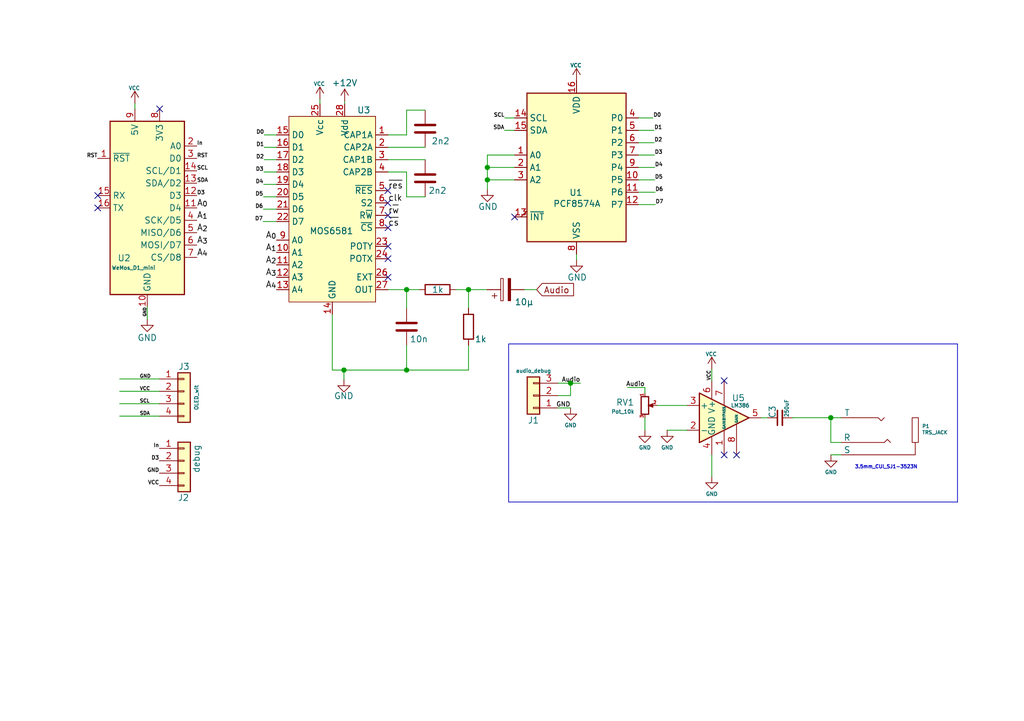
<source format=kicad_sch>
(kicad_sch (version 20230121) (generator eeschema)
  (paper "A5")
  (title_block (title "ESP32 SID player voor Commodore 64 ") (date "2023-11-13") (rev "0.1") (company "Easylab4kids & Michiel Erasmus"))
  (lib_symbols
    (symbol "Amplifier_Audio:LM386" (pin_names (offset 0.127))
      (property "Reference" "U" (at 1.27 7.62 0))
      (property "Value" "LM386" (at 1.27 5.08 0))
      (symbol "LM386_0_1"
        (polyline (pts (xy 5.08 0) (xy -5.08 5.08) (xy -5.08 -5.08) (xy 5.08 0)) (stroke (width 0.254)) (fill (type background)))
      )
      (symbol "LM386_1_1"
        (pin input line (at 0 -7.62 90) (length 5.08) (name "GAIN") (number "1"))
        (pin input line (at -7.62 -2.54 0) (length 2.54) (name "-") (number "2"))
        (pin input line (at -7.62 2.54 0) (length 2.54) (name "+") (number "3"))
        (pin power_in line (at -2.54 -7.62 90) (length 3.81) (name "GND") (number "4"))
        (pin output line (at 7.62 0 180) (length 2.54) (name "~") (number "5"))
        (pin power_in line (at -2.54 7.62 270) (length 3.81) (name "V+") (number "6"))
        (pin input line (at 0 7.62 270) (length 5.08) (name "BYPASS") (number "7"))
        (pin input line (at 2.54 -7.62 90) (length 6.35) (name "GAIN") (number "8"))
      )
    )
    (symbol "Connector_Generic:Conn_01x04" (pin_names (offset 1.016) hide)
      (property "Reference" "J" (at 0 5.08 0))
      (property "Value" "Conn_01x04" (at 0 -7.62 0))
      (symbol "Conn_01x04_1_1"
        (rectangle (start -1.27 -4.953) (end 0 -5.207) (stroke (width 0.1524)))
        (rectangle (start -1.27 -2.413) (end 0 -2.667) (stroke (width 0.1524)))
        (rectangle (start -1.27 0.127) (end 0 -0.127) (stroke (width 0.1524)))
        (rectangle (start -1.27 2.667) (end 0 2.413) (stroke (width 0.1524)))
        (rectangle (start -1.27 3.81) (end 1.27 -6.35) (stroke (width 0.254)) (fill (type background)))
        (pin passive line (at -5.08 2.54 0) (length 3.81) (name "Pin_1") (number "1"))
        (pin passive line (at -5.08 0 0) (length 3.81) (name "Pin_2") (number "2"))
        (pin passive line (at -5.08 -2.54 0) (length 3.81) (name "Pin_3") (number "3"))
        (pin passive line (at -5.08 -5.08 0) (length 3.81) (name "Pin_4") (number "4"))
      )
    )
    (symbol "Device:C" (pin_numbers hide) (pin_names (offset 0.254))
      (property "Reference" "C" (at 0.635 2.54 0))
      (property "Value" "C" (at 0.635 -2.54 0))
      (symbol "C_0_1"
        (polyline (pts (xy -2.032 -0.762) (xy 2.032 -0.762)) (stroke (width 0.508)))
        (polyline (pts (xy -2.032 0.762) (xy 2.032 0.762)) (stroke (width 0.508)))
      )
      (symbol "C_1_1"
        (pin passive line (at 0 3.81 270) (length 2.794) (name "~") (number "1"))
        (pin passive line (at 0 -3.81 90) (length 2.794) (name "~") (number "2"))
      )
    )
    (symbol "Device:C_Polarized" (pin_numbers hide) (pin_names (offset 0.254))
      (property "Reference" "C" (at 0.635 2.54 0))
      (property "Value" "C_Polarized" (at 0.635 -2.54 0))
      (symbol "C_Polarized_0_1"
        (rectangle (start -2.286 0.508) (end 2.286 1.016))
        (polyline (pts (xy -1.778 2.286) (xy -0.762 2.286)))
        (polyline (pts (xy -1.27 2.794) (xy -1.27 1.778)))
        (rectangle (start 2.286 -0.508) (end -2.286 -1.016) (fill (type outline)))
      )
      (symbol "C_Polarized_1_1"
        (pin passive line (at 0 3.81 270) (length 2.794) (name "~") (number "1"))
        (pin passive line (at 0 -3.81 90) (length 2.794) (name "~") (number "2"))
      )
    )
    (symbol "Device:C_Small" (pin_numbers hide) (pin_names (offset 0.254) hide)
      (property "Reference" "C" (at 0.254 1.778 0))
      (property "Value" "C_Small" (at 0.254 -2.032 0))
      (symbol "C_Small_0_1"
        (polyline (pts (xy -1.524 -0.508) (xy 1.524 -0.508)) (stroke (width 0.3302)))
        (polyline (pts (xy -1.524 0.508) (xy 1.524 0.508)) (stroke (width 0.3048)))
      )
      (symbol "C_Small_1_1"
        (pin passive line (at 0 2.54 270) (length 2.032) (name "~") (number "1"))
        (pin passive line (at 0 -2.54 90) (length 2.032) (name "~") (number "2"))
      )
    )
    (symbol "Device:R" (pin_numbers hide) (pin_names (offset 0))
      (property "Reference" "R" (at 2.032 0 90))
      (property "Value" "R" (at 0 0 90))
      (symbol "R_0_1"
        (rectangle (start -1.016 -2.54) (end 1.016 2.54) (stroke (width 0.254)))
      )
      (symbol "R_1_1"
        (pin passive line (at 0 3.81 270) (length 1.27) (name "~") (number "1"))
        (pin passive line (at 0 -3.81 90) (length 1.27) (name "~") (number "2"))
      )
    )
    (symbol "Device:R_Potentiometer_Small" (pin_names (offset 1.016) hide)
      (property "Reference" "RV" (at -4.445 0 90))
      (property "Value" "R_Potentiometer_Small" (at -2.54 0 90))
      (symbol "R_Potentiometer_Small_0_1"
        (polyline (pts (xy 0.889 0) (xy 0.635 0) (xy 1.651 0.381) (xy 1.651 -0.381) (xy 0.635 0) (xy 0.889 0)) (fill (type outline)))
        (rectangle (start 0.762 1.8034) (end -0.762 -1.8034) (stroke (width 0.254)))
      )
      (symbol "R_Potentiometer_Small_1_1"
        (pin passive line (at 0 2.54 270) (length 0.635) (name "1") (number "1"))
        (pin passive line (at 2.54 0 180) (length 0.9906) (name "2") (number "2"))
        (pin passive line (at 0 -2.54 90) (length 0.635) (name "3") (number "3"))
      )
    )
    (symbol "Interface_Expansion:PCF8574A"
      (property "Reference" "U" (at -8.89 16.51 0))
      (property "Value" "PCF8574A" (at 2.54 16.51 0))
      (symbol "PCF8574A_0_1"
        (rectangle (start -10.16 15.24) (end 10.16 -15.24) (stroke (width 0.254)) (fill (type background)))
      )
      (symbol "PCF8574A_1_1"
        (pin input line (at -12.7 2.54 0) (length 2.54) (name "A0") (number "1"))
        (pin bidirectional line (at 12.7 -2.54 180) (length 2.54) (name "P5") (number "10"))
        (pin bidirectional line (at 12.7 -5.08 180) (length 2.54) (name "P6") (number "11"))
        (pin bidirectional line (at 12.7 -7.62 180) (length 2.54) (name "P7") (number "12"))
        (pin open_collector output_low (at -12.7 -10.16 0) (length 2.54) (name "~{INT}") (number "13"))
        (pin input line (at -12.7 10.16 0) (length 2.54) (name "SCL") (number "14"))
        (pin bidirectional line (at -12.7 7.62 0) (length 2.54) (name "SDA") (number "15"))
        (pin power_in line (at 0 17.78 270) (length 2.54) (name "VDD") (number "16"))
        (pin input line (at -12.7 0 0) (length 2.54) (name "A1") (number "2"))
        (pin input line (at -12.7 -2.54 0) (length 2.54) (name "A2") (number "3"))
        (pin bidirectional line (at 12.7 10.16 180) (length 2.54) (name "P0") (number "4"))
        (pin bidirectional line (at 12.7 7.62 180) (length 2.54) (name "P1") (number "5"))
        (pin bidirectional line (at 12.7 5.08 180) (length 2.54) (name "P2") (number "6"))
        (pin bidirectional line (at 12.7 2.54 180) (length 2.54) (name "P3") (number "7"))
        (pin power_in line (at 0 -17.78 90) (length 2.54) (name "VSS") (number "8"))
        (pin bidirectional line (at 12.7 0 180) (length 2.54) (name "P4") (number "9"))
      )
    )
    (symbol "MCU_Module:WeMos_D1_mini"
      (property "Reference" "U" (at 3.81 19.05 0))
      (property "Value" "WeMos_D1_mini" (at 1.27 -19.05 0))
      (symbol "WeMos_D1_mini_1_1"
        (rectangle (start -7.62 17.78) (end 7.62 -17.78) (stroke (width 0.254)) (fill (type background)))
        (pin input line (at -10.16 10.16 0) (length 2.54) (name "~{RST}") (number "1"))
        (pin power_in line (at 0 -20.32 90) (length 2.54) (name "GND") (number "10"))
        (pin bidirectional line (at 10.16 0 180) (length 2.54) (name "D4") (number "11"))
        (pin bidirectional line (at 10.16 2.54 180) (length 2.54) (name "D3") (number "12"))
        (pin bidirectional line (at 10.16 5.08 180) (length 2.54) (name "SDA/D2") (number "13"))
        (pin bidirectional line (at 10.16 7.62 180) (length 2.54) (name "SCL/D1") (number "14"))
        (pin input line (at -10.16 2.54 0) (length 2.54) (name "RX") (number "15"))
        (pin output line (at -10.16 0 0) (length 2.54) (name "TX") (number "16"))
        (pin input line (at 10.16 12.7 180) (length 2.54) (name "A0") (number "2"))
        (pin bidirectional line (at 10.16 10.16 180) (length 2.54) (name "D0") (number "3"))
        (pin bidirectional line (at 10.16 -2.54 180) (length 2.54) (name "SCK/D5") (number "4"))
        (pin bidirectional line (at 10.16 -5.08 180) (length 2.54) (name "MISO/D6") (number "5"))
        (pin bidirectional line (at 10.16 -7.62 180) (length 2.54) (name "MOSI/D7") (number "6"))
        (pin bidirectional line (at 10.16 -10.16 180) (length 2.54) (name "CS/D8") (number "7"))
        (pin power_out line (at 2.54 20.32 270) (length 2.54) (name "3V3") (number "8"))
        (pin power_in line (at -2.54 20.32 270) (length 2.54) (name "5V") (number "9"))
      )
    )
    (symbol "MOS6581_1"
      (property "Reference" "U" (at -6.35 3.81 0))
      (property "Value" "MOS6581" (at 5.08 -36.83 0))
      (symbol "MOS6581_1_1_1"
        (rectangle (start -8.89 2.54) (end 8.89 -35.56) (fill (type background)))
        (pin passive line (at 11.43 -1.27 180) (length 2.54) (name "CAP1A") (number "1"))
        (pin input line (at -11.43 -25.4 0) (length 2.54) (name "A1") (number "10"))
        (pin input line (at -11.43 -27.94 0) (length 2.54) (name "A2") (number "11"))
        (pin input line (at -11.43 -30.48 0) (length 2.54) (name "A3") (number "12"))
        (pin input line (at -11.43 -33.02 0) (length 2.54) (name "A4") (number "13"))
        (pin power_in line (at 0 -38.1 90) (length 2.54) (name "GND") (number "14"))
        (pin bidirectional line (at -11.43 -1.27 0) (length 2.54) (name "D0") (number "15"))
        (pin bidirectional line (at -11.43 -3.81 0) (length 2.54) (name "D1") (number "16"))
        (pin bidirectional line (at -11.43 -6.35 0) (length 2.54) (name "D2") (number "17"))
        (pin bidirectional line (at -11.43 -8.89 0) (length 2.54) (name "D3") (number "18"))
        (pin bidirectional line (at -11.43 -11.43 0) (length 2.54) (name "D4") (number "19"))
        (pin passive line (at 11.43 -3.81 180) (length 2.54) (name "CAP2A") (number "2"))
        (pin bidirectional line (at -11.43 -13.97 0) (length 2.54) (name "D5") (number "20"))
        (pin bidirectional line (at -11.43 -16.51 0) (length 2.54) (name "D6") (number "21"))
        (pin bidirectional line (at -11.43 -19.05 0) (length 2.54) (name "D7") (number "22"))
        (pin passive line (at 11.43 -24.13 180) (length 2.54) (name "POTY") (number "23"))
        (pin passive line (at 11.43 -26.67 180) (length 2.54) (name "POTX") (number "24"))
        (pin power_in line (at -2.54 5.08 270) (length 2.54) (name "Vcc") (number "25"))
        (pin input line (at 11.43 -30.48 180) (length 2.54) (name "EXT") (number "26"))
        (pin output line (at 11.43 -33.02 180) (length 2.54) (name "OUT") (number "27"))
        (pin power_in line (at 2.54 5.08 270) (length 2.54) (name "Vdd") (number "28"))
        (pin passive line (at 11.43 -6.35 180) (length 2.54) (name "CAP1B") (number "3"))
        (pin passive line (at 11.43 -8.89 180) (length 2.54) (name "CAP2B") (number "4"))
        (pin input line (at 11.43 -12.7 180) (length 2.54) (name "~{RES}") (number "5"))
        (pin input line (at 11.43 -15.24 180) (length 2.54) (name "S2") (number "6"))
        (pin input line (at 11.43 -17.78 180) (length 2.54) (name "R~{W}") (number "7"))
        (pin input line (at 11.43 -20.32 180) (length 2.54) (name "~{CS}") (number "8"))
        (pin input line (at -11.43 -22.86 0) (length 2.54) (name "A0") (number "9"))
      )
    )
    (symbol "SN76849 Arduino nano shield-rescue:Conn_01x03-conn" (pin_names (offset 1.016) hide)
      (property "Reference" "J" (at 0 5.08 0))
      (property "Value" "conn:Conn_01x03" (at 0 -5.08 0))
      (symbol "Conn_01x03-conn_1_1"
        (rectangle (start -1.27 -2.413) (end 0 -2.667) (stroke (width 0.1524)))
        (rectangle (start -1.27 0.127) (end 0 -0.127) (stroke (width 0.1524)))
        (rectangle (start -1.27 2.667) (end 0 2.413) (stroke (width 0.1524)))
        (rectangle (start -1.27 3.81) (end 1.27 -3.81) (stroke (width 0.254)) (fill (type background)))
        (pin passive line (at -5.08 2.54 0) (length 3.81) (name "Pin_1") (number "1"))
        (pin passive line (at -5.08 0 0) (length 3.81) (name "Pin_2") (number "2"))
        (pin passive line (at -5.08 -2.54 0) (length 3.81) (name "Pin_3") (number "3"))
      )
    )
    (symbol "SN76849 Arduino nano shield-rescue:Conn_01x04-conn" (pin_names (offset 1.016) hide)
      (property "Reference" "J" (at 0 5.08 0))
      (property "Value" "conn:Conn_01x04" (at 0 -7.62 0))
      (symbol "Conn_01x04-conn_1_1"
        (rectangle (start -1.27 -4.953) (end 0 -5.207) (stroke (width 0.1524)))
        (rectangle (start -1.27 -2.413) (end 0 -2.667) (stroke (width 0.1524)))
        (rectangle (start -1.27 0.127) (end 0 -0.127) (stroke (width 0.1524)))
        (rectangle (start -1.27 2.667) (end 0 2.413) (stroke (width 0.1524)))
        (rectangle (start -1.27 3.81) (end 1.27 -6.35) (stroke (width 0.254)) (fill (type background)))
        (pin passive line (at -5.08 2.54 0) (length 3.81) (name "Pin_1") (number "1"))
        (pin passive line (at -5.08 0 0) (length 3.81) (name "Pin_2") (number "2"))
        (pin passive line (at -5.08 -2.54 0) (length 3.81) (name "Pin_3") (number "3"))
        (pin passive line (at -5.08 -5.08 0) (length 3.81) (name "Pin_4") (number "4"))
      )
    )
    (symbol "easylab4kids:GND" (power) (pin_names (offset 0))
      (property "Value" "GND" (at 0 -3.81 0))
      (symbol "GND_0_1"
        (polyline (pts (xy 0 0) (xy 0 -1.27) (xy 1.27 -1.27) (xy 0 -2.54) (xy -1.27 -1.27) (xy 0 -1.27)))
      )
      (symbol "GND_1_1"
        (pin power_in line (at 0 0 270) (length 0) hide (name "GND") (number "1"))
      )
    )
    (symbol "power:+12V" (power) (pin_names (offset 0))
      (property "Value" "+12V" (at 0 3.556 0))
      (symbol "+12V_0_1"
        (polyline (pts (xy -0.762 1.27) (xy 0 2.54)))
        (polyline (pts (xy 0 0) (xy 0 2.54)))
        (polyline (pts (xy 0 2.54) (xy 0.762 1.27)))
      )
      (symbol "+12V_1_1"
        (pin power_in line (at 0 0 90) (length 0) hide (name "+12V") (number "1"))
      )
    )
    (symbol "power:GND" (power) (pin_names (offset 0))
      (property "Value" "GND" (at 0 -3.81 0))
      (symbol "GND_0_1"
        (polyline (pts (xy 0 0) (xy 0 -1.27) (xy 1.27 -1.27) (xy 0 -2.54) (xy -1.27 -1.27) (xy 0 -1.27)))
      )
      (symbol "GND_1_1"
        (pin power_in line (at 0 0 270) (length 0) hide (name "GND") (number "1"))
      )
    )
    (symbol "power:VCC" (power) (pin_names (offset 0))
      (property "Value" "VCC" (at 0 3.81 0))
      (symbol "VCC_0_1"
        (polyline (pts (xy -0.762 1.27) (xy 0 2.54)))
        (polyline (pts (xy 0 0) (xy 0 2.54)))
        (polyline (pts (xy 0 2.54) (xy 0.762 1.27)))
      )
      (symbol "VCC_1_1"
        (pin power_in line (at 0 0 90) (length 0) hide (name "VCC") (number "1"))
      )
    )
    (symbol "trs_jack:TRS_JACK" (pin_numbers hide) (pin_names (offset 0))
      (property "Reference" "P" (at -11.43 0 0))
      (property "Value" "TRS_JACK" (at -2.54 6.35 0))
      (symbol "TRS_JACK_0_1"
        (polyline (pts (xy 5.08 -2.54) (xy 0 -2.54) (xy -0.635 -1.905) (xy -1.27 -2.54)))
        (polyline (pts (xy 5.08 2.54) (xy -1.27 2.54) (xy -1.905 1.905) (xy -2.54 2.54)))
        (polyline (pts (xy 5.08 5.08) (xy -7.62 5.08) (xy -7.62 2.54) (xy -8.255 2.54) (xy -8.255 -2.54) (xy -6.985 -2.54) (xy -6.985 -1.27) (xy -6.985 1.27) (xy -6.985 2.54) (xy -7.62 2.54)))
      )
      (symbol "TRS_JACK_1_1"
        (pin passive line (at 7.62 5.08 180) (length 2.54) (name "S") (number "1"))
        (pin passive line (at 7.62 -2.54 180) (length 2.54) (name "T") (number "2"))
        (pin passive line (at 7.62 2.54 180) (length 2.54) (name "R") (number "3"))
      )
    )
  )
  (junction (at 99.949 36.9062))
  (junction (at 70.5358 75.946))
  (junction (at 99.949 34.3662))
  (junction (at 170.3832 85.725))
  (junction (at 117.0178 78.6384))
  (junction (at 83.3882 59.436))
  (junction (at 83.3882 75.946))
  (junction (at 96.0882 59.436))
  (no_connect (at 20.0406 42.672))
  (no_connect (at 148.5138 93.3704))
  (no_connect (at 79.5782 46.736))
  (no_connect (at 148.5138 78.1304))
  (no_connect (at 105.537 44.5262))
  (no_connect (at 79.5782 50.546))
  (no_connect (at 20.0406 40.132))
  (no_connect (at 79.5274 39.116))
  (no_connect (at 79.5782 53.086))
  (no_connect (at 151.0538 93.3704))
  (no_connect (at 79.5782 56.896))
  (no_connect (at 32.7406 22.352))
  (no_connect (at 79.5274 41.656))
  (no_connect (at 79.5782 44.196))
  (wire (pts (xy 132.2578 85.7504) (xy 132.2578 88.2904)))
  (wire (pts (xy 170.3832 90.805) (xy 172.466 90.805)))
  (wire (pts (xy 83.3882 70.866) (xy 83.3882 75.946)))
  (wire (pts (xy 162.687 85.725) (xy 162.687 85.7504)))
  (wire (pts (xy 70.5358 75.946) (xy 83.3882 75.946)))
  (wire (pts (xy 134.2644 36.9062) (xy 130.937 36.9062)))
  (wire (pts (xy 99.949 36.9062) (xy 99.949 38.8366)))
  (wire (pts (xy 79.5782 59.436) (xy 83.3882 59.436)))
  (wire (pts (xy 114.4778 83.7184) (xy 117.0178 83.7184)))
  (wire (pts (xy 53.9496 45.466) (xy 56.7182 45.466)))
  (wire (pts (xy 54.0258 40.386) (xy 56.7182 40.386)))
  (wire (pts (xy 132.2578 80.6704) (xy 132.2578 79.5274)))
  (wire (pts (xy 114.4778 81.1784) (xy 117.0178 81.1784)))
  (wire (pts (xy 134.7978 83.2104) (xy 140.8938 83.2104)))
  (wire (pts (xy 24.5364 77.7748) (xy 32.6644 77.7748)))
  (wire (pts (xy 70.6882 20.828) (xy 70.6882 21.336)))
  (wire (pts (xy 162.687 85.7504) (xy 162.4838 85.7504)))
  (wire (pts (xy 134.1374 26.7462) (xy 130.937 26.7462)))
  (wire (pts (xy 24.5364 82.8548) (xy 32.6644 82.8548)))
  (wire (pts (xy 79.5782 30.226) (xy 87.1982 30.226)))
  (wire (pts (xy 99.949 34.3662) (xy 105.537 34.3662)))
  (wire (pts (xy 99.949 36.9062) (xy 105.537 36.9062)))
  (wire (pts (xy 32.6644 85.3948) (xy 24.5364 85.3948)))
  (wire (pts (xy 32.6644 80.3148) (xy 24.5364 80.3148)))
  (wire (pts (xy 93.5482 59.436) (xy 96.0882 59.436)))
  (wire (pts (xy 134.3914 41.9862) (xy 130.937 41.9862)))
  (polyline (pts (xy 196.3674 103.0224) (xy 196.3674 70.5866)))
  (wire (pts (xy 83.3882 35.306) (xy 79.5782 35.306)))
  (wire (pts (xy 83.3882 59.436) (xy 85.9282 59.436)))
  (wire (pts (xy 145.9738 75.8444) (xy 145.9738 78.1304)))
  (wire (pts (xy 99.949 31.8262) (xy 99.949 34.3662)))
  (wire (pts (xy 96.0882 59.436) (xy 99.8982 59.436)))
  (wire (pts (xy 83.3882 75.946) (xy 96.0882 75.946)))
  (wire (pts (xy 170.3832 85.725) (xy 162.687 85.725)))
  (wire (pts (xy 134.3406 39.4462) (xy 130.937 39.4462)))
  (wire (pts (xy 27.6606 21.2598) (xy 27.6606 22.352)))
  (wire (pts (xy 83.3882 59.436) (xy 83.3882 63.246)))
  (wire (pts (xy 170.4086 93.345) (xy 172.466 93.345)))
  (wire (pts (xy 54.0004 42.926) (xy 56.7182 42.926)))
  (wire (pts (xy 83.3882 22.606) (xy 87.1982 22.606)))
  (wire (pts (xy 103.5304 24.2062) (xy 105.537 24.2062)))
  (wire (pts (xy 170.3832 90.805) (xy 170.3832 85.725)))
  (wire (pts (xy 54.102 35.306) (xy 56.7182 35.306)))
  (wire (pts (xy 96.0882 63.246) (xy 96.0882 59.436)))
  (wire (pts (xy 30.2006 65.5066) (xy 30.2006 62.992)))
  (wire (pts (xy 134.2136 31.8262) (xy 130.937 31.8262)))
  (wire (pts (xy 70.5358 77.9018) (xy 70.5358 75.946)))
  (wire (pts (xy 136.8298 88.2904) (xy 140.8938 88.2904)))
  (wire (pts (xy 103.4796 26.7462) (xy 105.537 26.7462)))
  (wire (pts (xy 133.9342 24.2062) (xy 130.937 24.2062)))
  (wire (pts (xy 128.7018 79.5274) (xy 132.2578 79.5274)))
  (wire (pts (xy 117.0178 78.6384) (xy 114.4778 78.6384)))
  (wire (pts (xy 83.3882 35.306) (xy 83.3882 40.386)))
  (wire (pts (xy 117.0178 78.6384) (xy 119.0498 78.6384)))
  (wire (pts (xy 54.2036 27.686) (xy 56.7182 27.686)))
  (wire (pts (xy 65.6082 20.3962) (xy 65.6082 21.336)))
  (wire (pts (xy 83.3882 27.686) (xy 83.3882 22.606)))
  (wire (pts (xy 134.1628 29.2862) (xy 130.937 29.2862)))
  (wire (pts (xy 99.949 34.3662) (xy 99.949 36.9062)))
  (wire (pts (xy 96.0882 70.866) (xy 96.0882 75.946)))
  (wire (pts (xy 68.1482 64.516) (xy 68.1482 75.9206)))
  (wire (pts (xy 117.0178 81.1784) (xy 117.0178 78.6384)))
  (polyline (pts (xy 104.3432 70.5866) (xy 196.3674 70.5866)))
  (wire (pts (xy 145.9738 97.8154) (xy 145.9738 93.3704)))
  (wire (pts (xy 172.466 85.725) (xy 170.3832 85.725)))
  (wire (pts (xy 118.237 53.34) (xy 118.237 52.1462)))
  (wire (pts (xy 79.5782 32.766) (xy 87.1982 32.766)))
  (polyline (pts (xy 104.3178 70.612) (xy 104.3178 103.0224)))
  (wire (pts (xy 107.5182 59.436) (xy 110.0582 59.436)))
  (wire (pts (xy 54.2036 30.226) (xy 56.7182 30.226)))
  (wire (pts (xy 54.1782 32.766) (xy 56.7182 32.766)))
  (wire (pts (xy 54.0766 37.846) (xy 56.7182 37.846)))
  (wire (pts (xy 134.2644 34.3662) (xy 130.937 34.3662)))
  (wire (pts (xy 156.1338 85.7504) (xy 157.4038 85.7504)))
  (wire (pts (xy 83.3882 40.386) (xy 87.1982 40.386)))
  (wire (pts (xy 105.5116 31.8262) (xy 99.949 31.8262)))
  (polyline (pts (xy 104.3178 103.0224) (xy 196.3674 103.0224)))
  (wire (pts (xy 83.3882 27.686) (xy 79.5782 27.686)))
  (wire (pts (xy 68.1482 75.946) (xy 70.5358 75.946)))
  (text "3.5mm_CUI_SJ1-3523N" (at 175.26 96.393 0) (effects (font (size 0.7144 0.7144)) (justify left bottom)))
  (label "VCC" (at 28.6004 80.3148 0) (effects (font (size 0.7112 0.7112))))
  (label "D5" (at 54.0258 40.386 180) (effects (font (size 0.77 0.77))))
  (label "D3" (at 32.6898 94.5642 180) (effects (font (size 0.77 0.77))))
  (label "SCL" (at 28.6004 82.8548 0) (effects (font (size 0.7112 0.7112))))
  (label "D7" (at 53.9496 45.466 180) (effects (font (size 0.77 0.77))))
  (label "In" (at 40.3606 29.972 0) (effects (font (size 0.77 0.77))))
  (label "GND" (at 28.6004 77.7748 0) (effects (font (size 0.7112 0.7112))))
  (label "D3" (at 134.2136 31.8262 0) (effects (font (size 0.77 0.77))))
  (label "RST" (at 40.3606 32.512 0) (effects (font (size 0.77 0.77))))
  (label "A_{1}" (at 40.3606 45.212 0))
  (label "VCC" (at 145.9738 78.1304 90) (effects (font (size 0.7112 0.7112))))
  (label "D2" (at 134.1628 29.2862 0) (effects (font (size 0.77 0.77))))
  (label "D1" (at 54.2036 30.226 180) (effects (font (size 0.77 0.77))))
  (label "GND" (at 32.6898 97.1042 180) (effects (font (size 0.77 0.77))))
  (label "A_{4}" (at 40.3606 52.832 0))
  (label "A_{3}" (at 40.3606 50.292 0))
  (label "GND" (at 30.2006 62.992 270) (effects (font (size 0.6 0.6))))
  (label "D4" (at 134.2644 34.3662 0) (effects (font (size 0.77 0.77))))
  (label "SCL" (at 103.5304 24.2062 180) (effects (font (size 0.77 0.77))))
  (label "SCL" (at 40.3606 35.052 0) (effects (font (size 0.77 0.77))))
  (label "A_{4}" (at 56.7182 59.436 180))
  (label "RST" (at 20.0406 32.512 180) (effects (font (size 0.77 0.77))))
  (label "D3" (at 54.102 35.306 180) (effects (font (size 0.77 0.77))))
  (label "D1" (at 134.1374 26.7462 0) (effects (font (size 0.77 0.77))))
  (label "D7" (at 134.3914 41.9862 0) (effects (font (size 0.77 0.77))))
  (label "A_{0}" (at 40.3606 42.672 0))
  (label "GND" (at 117.0178 83.7184 180) (effects (font (size 0.9144 0.9144))))
  (label "D6" (at 134.3406 39.4462 0) (effects (font (size 0.77 0.77))))
  (label "~{cs}" (at 79.5782 46.736 0))
  (label "clk" (at 79.5782 41.656 0))
  (label "D0" (at 54.2036 27.686 180) (effects (font (size 0.77 0.77))))
  (label "A_{3}" (at 56.7182 56.896 180))
  (label "D0" (at 133.9342 24.2062 0) (effects (font (size 0.77 0.77))))
  (label "D2" (at 54.1782 32.766 180) (effects (font (size 0.77 0.77))))
  (label "VCC" (at 32.6898 99.6442 180) (effects (font (size 0.77 0.77))))
  (label "SDA" (at 28.6004 85.3948 0) (effects (font (size 0.7112 0.7112))))
  (label "SDA" (at 103.4796 26.7462 180) (effects (font (size 0.77 0.77))))
  (label "r~{w}" (at 79.5782 44.196 0))
  (label "A_{2}" (at 40.3606 47.752 0))
  (label "In" (at 32.6898 92.0242 180) (effects (font (size 0.77 0.77))))
  (label "D3" (at 40.3606 40.132 0) (effects (font (size 0.77 0.77))))
  (label "A_{2}" (at 56.7182 54.356 180))
  (label "Audio" (at 119.0498 78.6384 180) (effects (font (size 0.9144 0.9144))))
  (label "~{res}" (at 79.5782 39.116 0))
  (label "A_{1}" (at 56.7182 51.816 180))
  (label "A_{0}" (at 56.7182 49.276 180))
  (label "Audio" (at 132.2578 79.5274 180) (effects (font (size 0.9144 0.9144))))
  (label "D6" (at 54.0004 42.926 180) (effects (font (size 0.77 0.77))))
  (label "SDA" (at 40.3606 37.592 0) (effects (font (size 0.77 0.77))))
  (label "D4" (at 54.0766 37.846 180) (effects (font (size 0.77 0.77))))
  (label "D5" (at 134.2644 36.9062 0) (effects (font (size 0.77 0.77))))
  (global_label "Audio" (shape input) (at 110.0582 59.436 0) (property "Intersheetrefs" "${INTERSHEET_REFS}" (effects hide)))
  (symbol (lib_id "easylab4kids:GND") (at 145.9738 97.8154 0) (unit 1)
    (property "Reference" "#PWR011" (effects hide))
    (property "Value" "GND" (at 145.9738 101.3714 0) (effects (font (size 0.77 0.77))))
  )
  (symbol (lib_id "power:GND") (at 118.237 53.34 0) (mirror y) (unit 1)
    (property "Reference" "#PWR01" (effects hide))
    (property "Value" "GND" (at 118.364 56.9214 0))
  )
  (symbol (lib_id "Device:R_Potentiometer_Small") (at 132.2578 83.2104 0) (unit 1)
    (property "Reference" "RV1" (at 130.0988 82.5754 0) (effects (justify right)))
    (property "Value" "Pot_10k" (at 130.0988 84.4804 0) (effects (font (size 0.77 0.77)) (justify right)))
    (property "Footprint" "Potentiometer_THT:Potentiometer_Bourns_3339P_Vertical" (effects hide))
  )
  (symbol (lib_id "power:VCC") (at 65.6082 20.3962 0) (unit 1)
    (property "Reference" "#PWR04" (effects hide))
    (property "Value" "VCC" (at 65.4812 17.2212 0) (effects (font (size 0.77 0.77))))
  )
  (symbol (lib_id "easylab4kids:GND") (at 136.8298 88.2904 0) (unit 1)
    (property "Reference" "#PWR09" (effects hide))
    (property "Value" "GND" (at 136.8298 91.8464 0) (effects (font (size 0.77 0.77))))
  )
  (symbol (lib_id "Device:C_Polarized") (at 103.7082 59.436 90) (unit 1)
    (property "Reference" "C5" (effects hide))
    (property "Value" "10µ" (at 107.5182 61.976 90))
    (property "Footprint" "Capacitor_THT:C_Disc_D3.0mm_W1.6mm_P2.50mm" (effects hide))
  )
  (symbol (lib_id "Connector_Generic:Conn_01x04") (at 37.7698 94.5642 0) (unit 1)
    (property "Reference" "J2" (at 36.4236 102.1334 0) (effects (justify left)))
    (property "Value" "debug" (at 40.2844 97.1042 90) (effects (justify left)))
    (property "Footprint" "Connector_PinHeader_2.54mm:PinHeader_1x04_P2.54mm_Horizontal" (effects hide))
  )
  (symbol (lib_id "Device:C") (at 87.1982 36.576 0) (unit 1)
    (property "Reference" "C2" (effects hide))
    (property "Value" "2n2" (at 87.8332 39.116 0) (effects (justify left)))
    (property "Footprint" "Capacitor_THT:C_Disc_D3.0mm_W1.6mm_P2.50mm" (effects hide))
  )
  (symbol (lib_id "power:VCC") (at 27.6606 21.2598 0) (unit 1)
    (property "Reference" "#PWR013" (effects hide))
    (property "Value" "VCC" (at 27.5336 18.0848 0) (effects (font (size 0.77 0.77))))
  )
  (symbol (lib_id "Device:R") (at 89.7382 59.436 90) (unit 1)
    (property "Reference" "R18" (effects hide))
    (property "Value" "1k" (at 91.0082 59.436 90) (effects (justify left)))
    (property "Footprint" "Resistor_THT:R_Axial_DIN0204_L3.6mm_D1.6mm_P5.08mm_Horizontal" (effects hide))
  )
  (symbol (lib_id "power:GND") (at 30.2006 65.5066 0) (unit 1)
    (property "Reference" "#PWR06" (effects hide))
    (property "Value" "GND" (at 30.2006 69.3166 0))
  )
  (symbol (lib_id "Device:R") (at 96.0882 67.056 0) (unit 1)
    (property "Reference" "R17" (effects hide))
    (property "Value" "1k" (at 97.3582 69.596 0) (effects (justify left)))
    (property "Footprint" "Resistor_THT:R_Axial_DIN0204_L3.6mm_D1.6mm_P1.90mm_Vertical" (effects hide))
  )
  (symbol (lib_id "power:+12V") (at 70.6882 20.828 0) (unit 1)
    (property "Reference" "#PWR05" (effects hide))
    (property "Value" "+12V" (at 70.6882 17.018 0))
  )
  (symbol (lib_id "power:GND") (at 70.5358 77.9018 0) (unit 1)
    (property "Reference" "#PWR03" (effects hide))
    (property "Value" "GND" (at 70.5104 81.2546 0))
  )
  (symbol (lib_name "MOS6581_1") (lib_id "parts:MOS6581") (at 68.1482 26.416 0) (unit 1)
    (property "Reference" "U3" (at 73.2282 22.606 0) (effects (justify left)))
    (property "Value" "MOS6581" (at 67.9704 47.3964 0))
    (property "Footprint" "Package_DIP:DIP-28_W15.24mm" (effects hide))
  )
  (symbol (lib_id "Device:C") (at 87.1982 26.416 180) (unit 1)
    (property "Reference" "C1" (effects hide))
    (property "Value" "2n2" (at 88.4682 28.956 0) (effects (justify right)))
    (property "Footprint" "Capacitor_THT:C_Disc_D3.0mm_W1.6mm_P2.50mm" (effects hide))
  )
  (symbol (lib_id "MCU_Module:WeMos_D1_mini") (at 30.2006 42.672 0) (unit 1)
    (property "Reference" "U2" (at 24.0792 52.959 0) (effects (justify left)))
    (property "Value" "WeMos_D1_mini" (at 22.8854 54.9656 0) (effects (font (size 0.77 0.77)) (justify left)))
    (property "Footprint" "Module:WEMOS_D1_mini_light" (effects hide))
    (property "Datasheet" "https://wiki.wemos.cc/products:d1:d1_mini#documentation" (effects hide))
  )
  (symbol (lib_id "Interface_Expansion:PCF8574A") (at 118.237 34.3662 0) (unit 1)
    (property "Reference" "U1" (at 116.7384 39.5224 0) (effects (justify left)))
    (property "Value" "PCF8574A" (at 113.4364 41.8084 0) (effects (justify left)))
    (property "Footprint" "Package_DIP:DIP-16_W10.16mm" (effects hide))
    (property "Datasheet" "http://www.nxp.com/docs/en/data-sheet/PCF8574_PCF8574A.pdf" (effects hide))
  )
  (symbol (lib_id "easylab4kids:GND") (at 170.4086 93.345 0) (unit 1)
    (property "Reference" "#PWR012" (effects hide))
    (property "Value" "GND" (at 170.4086 96.901 0) (effects (font (size 0.77 0.77))))
  )
  (symbol (lib_id "power:GND") (at 99.949 38.8366 0) (mirror y) (unit 1)
    (property "Reference" "#PWR02" (effects hide))
    (property "Value" "GND" (at 100.076 42.418 0))
  )
  (symbol (lib_id "Device:C") (at 83.3882 67.056 0) (unit 1)
    (property "Reference" "C6" (effects hide))
    (property "Value" "10n" (at 84.0232 69.596 0) (effects (justify left)))
    (property "Footprint" "Capacitor_THT:C_Disc_D3.0mm_W1.6mm_P2.50mm" (effects hide))
  )
  (symbol (lib_id "easylab4kids:GND") (at 117.0178 83.7184 0) (unit 1)
    (property "Reference" "#PWR07" (effects hide))
    (property "Value" "GND" (at 117.0178 87.2744 0) (effects (font (size 0.77 0.77))))
  )
  (symbol (lib_id "SN76849 Arduino nano shield-rescue:Conn_01x04-conn") (at 37.7444 80.3148 0) (unit 1)
    (property "Reference" "J3" (at 37.7444 75.2348 0))
    (property "Value" "OLED_wit" (at 40.2844 81.5848 90) (effects (font (size 0.762 0.762))))
    (property "Footprint" "Connector_PinHeader_2.54mm:PinHeader_1x04_P2.54mm_Horizontal" (effects hide))
  )
  (symbol (lib_id "Device:C_Small") (at 159.9438 85.7504 90) (unit 1)
    (property "Reference" "C3" (at 158.4198 85.8774 0) (effects (justify left)))
    (property "Value" "250uF" (at 161.3408 85.6234 0) (effects (font (size 0.77 0.77)) (justify left)))
    (property "Footprint" "Capacitor_THT:CP_Radial_D4.0mm_P2.00mm" (effects hide))
  )
  (symbol (lib_id "trs_jack:TRS_JACK") (at 180.086 88.265 180) (unit 1)
    (property "Reference" "P1" (at 189.103 87.4776 0) (effects (font (size 0.724 0.724)) (justify right)))
    (property "Value" "TRS_JACK" (at 189.103 88.7476 0) (effects (font (size 0.724 0.724)) (justify right)))
    (property "Footprint" "Connector_Audio:Jack_3.5mm_CUI_SJ1-3523N_Horizontal" (effects hide))
  )
  (symbol (lib_id "power:VCC") (at 118.237 16.5862 0) (unit 1)
    (property "Reference" "#PWR014" (effects hide))
    (property "Value" "VCC" (at 118.11 13.4112 0) (effects (font (size 0.77 0.77))))
  )
  (symbol (lib_id "SN76849 Arduino nano shield-rescue:Conn_01x03-conn") (at 109.3978 81.1784 180) (unit 1)
    (property "Reference" "J1" (at 109.3978 86.2584 0))
    (property "Value" "audio_debug" (at 109.3978 76.0984 0) (effects (font (size 0.762 0.762))))
    (property "Footprint" "Connector_PinHeader_2.54mm:PinHeader_1x03_P2.54mm_Vertical" (effects hide))
  )
  (symbol (lib_id "power:VCC") (at 145.9738 75.8444 0) (unit 1)
    (property "Reference" "#PWR010" (effects hide))
    (property "Value" "VCC" (at 145.8468 72.6694 0) (effects (font (size 0.77 0.77))))
  )
  (symbol (lib_id "easylab4kids:GND") (at 132.2578 88.2904 0) (unit 1)
    (property "Reference" "#PWR08" (effects hide))
    (property "Value" "GND" (at 132.2578 91.8464 0) (effects (font (size 0.77 0.77))))
  )
  (symbol (lib_id "Amplifier_Audio:LM386") (at 148.5138 85.7504 0) (unit 1)
    (property "Reference" "U5" (at 151.4348 81.6864 0))
    (property "Value" "LM386" (at 151.8158 83.2104 0) (effects (font (size 0.77 0.77))))
    (property "Footprint" "Package_DIP:DIP-8_W7.62mm" (effects hide))
    (property "Datasheet" "http://www.ti.com/lit/ds/symlink/lm386.pdf" (effects hide))
  )
)
</source>
